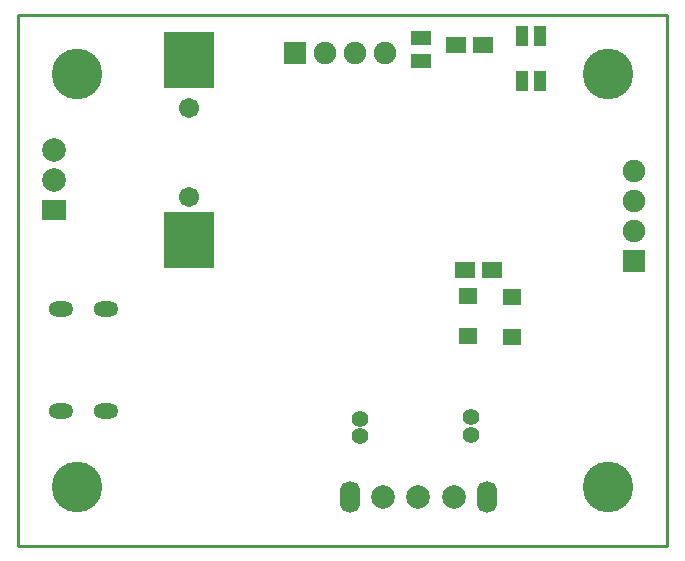
<source format=gbs>
G04*
G04 #@! TF.GenerationSoftware,Altium Limited,Altium Designer,19.0.10 (269)*
G04*
G04 Layer_Color=16711935*
%FSLAX25Y25*%
%MOIN*%
G70*
G01*
G75*
%ADD10C,0.01000*%
%ADD41R,0.06902X0.04737*%
%ADD43R,0.06800X0.05800*%
%ADD54C,0.06706*%
%ADD55C,0.07493*%
%ADD56R,0.07493X0.07493*%
%ADD57C,0.16863*%
%ADD58R,0.07887X0.07000*%
%ADD59C,0.07887*%
%ADD60O,0.06706X0.10639*%
%ADD61R,0.07493X0.07493*%
%ADD62O,0.08276X0.05131*%
%ADD63C,0.05524*%
%ADD90R,0.16548X0.18517*%
%ADD91R,0.06312X0.05524*%
%ADD92R,0.04343X0.06706*%
D10*
X0Y0D02*
Y177165D01*
Y0D02*
X216535D01*
Y177165D01*
X0D02*
X216535D01*
D41*
X134500Y169500D02*
D03*
Y161626D02*
D03*
D43*
X158000Y92000D02*
D03*
X149000D02*
D03*
X146000Y167000D02*
D03*
X155000D02*
D03*
D54*
X57000Y146000D02*
D03*
Y116500D02*
D03*
D55*
X205500Y125000D02*
D03*
Y115000D02*
D03*
Y105000D02*
D03*
X102500Y164500D02*
D03*
X112500D02*
D03*
X122500D02*
D03*
D56*
X205500Y95000D02*
D03*
D57*
X196815Y19685D02*
D03*
X19685D02*
D03*
Y157315D02*
D03*
X196815D02*
D03*
D58*
X12000Y112000D02*
D03*
D59*
Y122000D02*
D03*
Y132000D02*
D03*
X145311Y16500D02*
D03*
X133500D02*
D03*
X121689D02*
D03*
D60*
X156335Y16500D02*
D03*
X110665Y16500D02*
D03*
D61*
X92500Y164500D02*
D03*
D62*
X14540Y44984D02*
D03*
Y79000D02*
D03*
X29500Y44984D02*
D03*
Y79000D02*
D03*
D63*
X113905Y42484D02*
D03*
Y36574D02*
D03*
X151174Y43000D02*
D03*
Y37090D02*
D03*
D90*
X57000Y161900D02*
D03*
Y101900D02*
D03*
D91*
X150000Y83500D02*
D03*
Y70114D02*
D03*
X164563Y69752D02*
D03*
Y83138D02*
D03*
D92*
X174000Y155000D02*
D03*
Y169961D02*
D03*
X168094D02*
D03*
Y155000D02*
D03*
M02*

</source>
